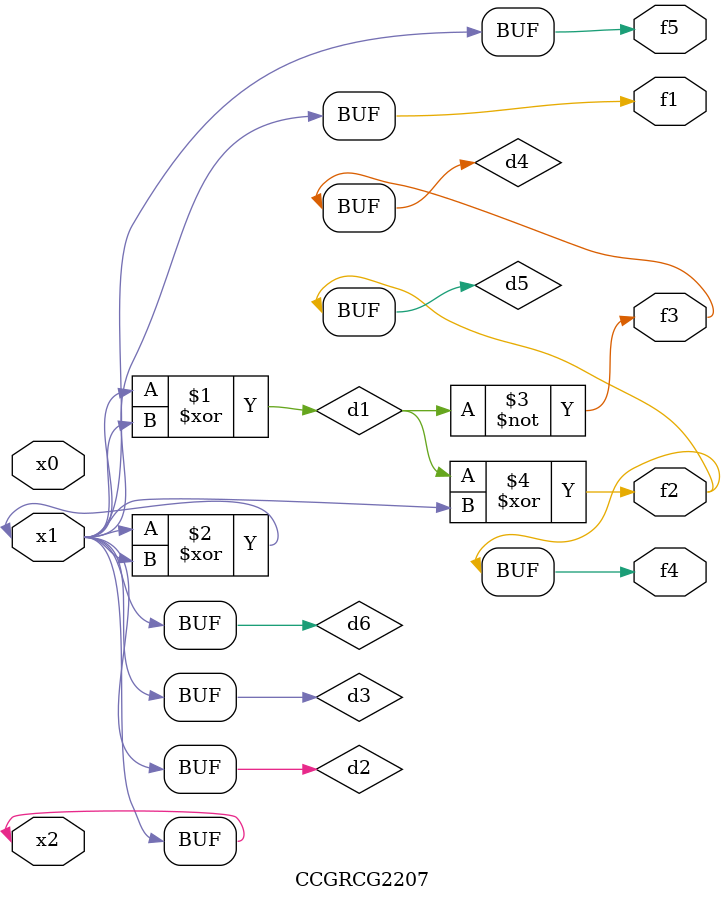
<source format=v>
module CCGRCG2207(
	input x0, x1, x2,
	output f1, f2, f3, f4, f5
);

	wire d1, d2, d3, d4, d5, d6;

	xor (d1, x1, x2);
	buf (d2, x1, x2);
	xor (d3, x1, x2);
	nor (d4, d1);
	xor (d5, d1, d2);
	buf (d6, d2, d3);
	assign f1 = d6;
	assign f2 = d5;
	assign f3 = d4;
	assign f4 = d5;
	assign f5 = d6;
endmodule

</source>
